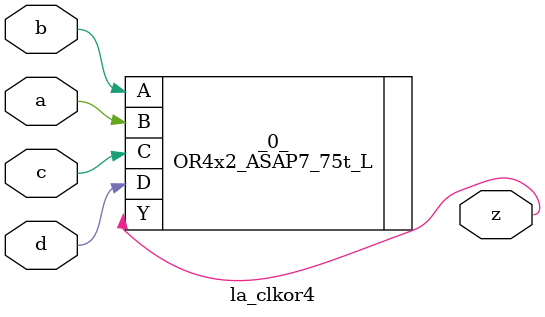
<source format=v>
/* Generated by Yosys 0.37 (git sha1 a5c7f69ed, clang 14.0.0-1ubuntu1.1 -fPIC -Os) */

module la_clkor4(a, b, c, d, z);
  input a;
  wire a;
  input b;
  wire b;
  input c;
  wire c;
  input d;
  wire d;
  output z;
  wire z;
  OR4x2_ASAP7_75t_L _0_ (
    .A(b),
    .B(a),
    .C(c),
    .D(d),
    .Y(z)
  );
endmodule

</source>
